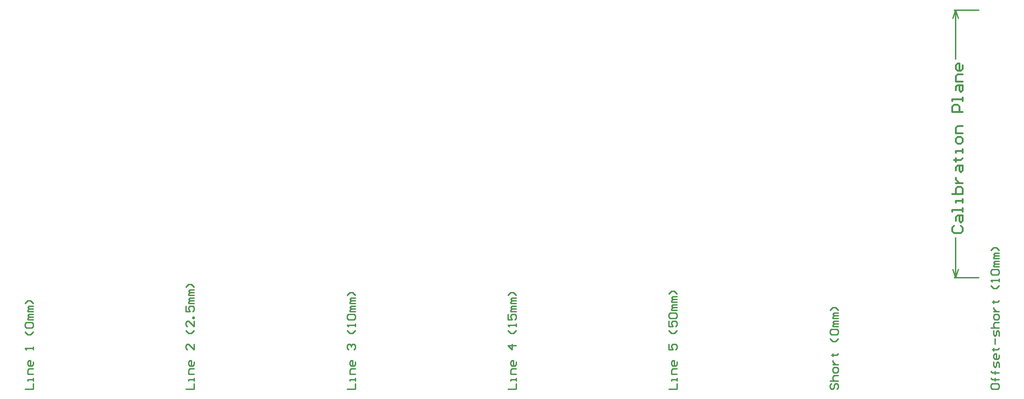
<source format=gbr>
%FSTAX66Y66*%
%MOMM*%
%SFA1B1*%

%IPPOS*%
%ADD23C,0.253999*%
%ADD24C,0.349999*%
%LNmtrl_0mm_thru_legend_top-1*%
%LPD*%
G54D23*
X000182412716Y000026525804D02*
X000182920741Y000025001804D01*
X000183428716Y000026525804*
X000182920741Y00007500018D02*
X000183428716Y00007347618D01*
X000182412716D02*
X000182920741Y00007500018D01*
Y000025001804D02*
Y000032472757D01*
Y000065829205D02*
Y00007500018D01*
X000182666716Y000025001804D02*
X000187221977D01*
X000182666716Y00007500018D02*
X000187221977D01*
X000189484482Y000005015738D02*
Y000004507915D01*
X000189738381Y000004253992*
X00019075405*
X000191008Y000004507915*
Y000005015738*
X00019075405Y000005269661*
X000189738381*
X000189484482Y000005015738*
X000191008Y000006031407D02*
X000189738381D01*
X000190246228*
Y000005777484*
Y000006285331*
Y000006031407*
X000189738381*
X000189484482Y000006285331*
X000191008Y000007301001D02*
X000189738381D01*
X000190246228*
Y000007047077*
Y000007554925*
Y000007301001*
X000189738381*
X000189484482Y000007554925*
X000191008Y000008316671D02*
Y000009078417D01*
X00019075405Y000009332341*
X000190500127Y000009078417*
Y000008570595*
X000190246228Y000008316671*
X000189992304Y000008570595*
Y000009332341*
X000191008Y000010601934D02*
Y000010094087D01*
X00019075405Y000009840188*
X000190246228*
X000189992304Y000010094087*
Y000010601934*
X000190246228Y000010855858*
X000190500127*
Y000009840188*
X000189738381Y000011617604D02*
X000189992304D01*
Y00001136368*
Y000011871528*
Y000011617604*
X00019075405*
X000191008Y000011871528*
X000190246228Y000012633274D02*
Y000013648944D01*
X000191008Y000014156766D02*
Y000014918537D01*
X00019075405Y000015172436*
X000190500127Y000014918537*
Y00001441069*
X000190246228Y000014156766*
X000189992304Y00001441069*
Y000015172436*
X000189484482Y000015680283D02*
X000191008D01*
X000190246228*
X000189992304Y000015934207*
Y000016442029*
X000190246228Y000016695953*
X000191008*
Y000017457699D02*
Y000017965547D01*
X00019075405Y00001821947*
X000190246228*
X000189992304Y000017965547*
Y000017457699*
X000190246228Y000017203801*
X00019075405*
X000191008Y000017457699*
X000189992304Y000018727293D02*
X000191008D01*
X000190500127*
X000190246228Y000018981216*
X000189992304Y00001923514*
Y000019489064*
X000189738381Y000020504734D02*
X000189992304D01*
Y00002025081*
Y000020758658*
Y000020504734*
X00019075405*
X000191008Y000020758658*
Y000023551743D02*
X000190500127Y000023043896D01*
X000189992304*
X000189484482Y000023551743*
X000191008Y000024313489D02*
Y000024821337D01*
Y000024567413*
X000189484482*
X000189738381Y000024313489*
Y000025583083D02*
X000189484482Y000025837007D01*
Y000026344829*
X000189738381Y000026598753*
X00019075405*
X000191008Y000026344829*
Y000025837007*
X00019075405Y000025583083*
X000189738381*
X000191008Y000027106575D02*
X000189992304D01*
Y000027360499*
X000190246228Y000027614422*
X000191008*
X000190246228*
X000189992304Y000027868346*
X000190246228Y000028122245*
X000191008*
Y000028630092D02*
X000189992304D01*
Y000028884016*
X000190246228Y000029137914*
X000191008*
X000190246228*
X000189992304Y000029391838*
X000190246228Y000029645762*
X000191008*
Y00003015361D02*
X000190500127Y000030661432D01*
X000189992304*
X000189484482Y00003015361*
X000159741006Y000005269661D02*
X000159487082Y000005015738D01*
Y000004507915*
X000159741006Y000004253992*
X000159994904*
X000160248828Y000004507915*
Y000005015738*
X000160502752Y000005269661*
X000160756676*
X0001610106Y000005015738*
Y000004507915*
X000160756676Y000004253992*
X000159487082Y000005777484D02*
X0001610106D01*
X000160248828*
X000159994904Y000006031407*
Y000006539255*
X000160248828Y000006793179*
X0001610106*
Y000007554925D02*
Y000008062747D01*
X000160756676Y000008316671*
X000160248828*
X000159994904Y000008062747*
Y000007554925*
X000160248828Y000007301001*
X000160756676*
X0001610106Y000007554925*
X000159994904Y000008824518D02*
X0001610106D01*
X000160502752*
X000160248828Y000009078417*
X000159994904Y000009332341*
Y000009586264*
X000159741006Y000010601934D02*
X000159994904D01*
Y00001034801*
Y000010855858*
Y000010601934*
X000160756676*
X0001610106Y000010855858*
Y000013648944D02*
X000160502752Y000013141096D01*
X000159994904*
X000159487082Y000013648944*
X000159741006Y00001441069D02*
X000159487082Y000014664613D01*
Y000015172436*
X000159741006Y000015426359*
X000160756676*
X0001610106Y000015172436*
Y000014664613*
X000160756676Y00001441069*
X000159741006*
X0001610106Y000015934207D02*
X000159994904D01*
Y000016188131*
X000160248828Y000016442029*
X0001610106*
X000160248828*
X000159994904Y000016695953*
X000160248828Y000016949877*
X0001610106*
Y000017457699D02*
X000159994904D01*
Y000017711623*
X000160248828Y000017965547*
X0001610106*
X000160248828*
X000159994904Y00001821947*
X000160248828Y000018473394*
X0001610106*
Y000018981216D02*
X000160502752Y000019489064D01*
X000159994904*
X000159487082Y000018981216*
X000129489682Y000004253992D02*
X0001310132D01*
Y000005269661*
Y000005777484D02*
Y000006285331D01*
Y000006031407*
X000129997504*
Y000005777484*
X0001310132Y000007047077D02*
X000129997504D01*
Y000007808849*
X000130251428Y000008062747*
X0001310132*
Y000009332341D02*
Y000008824518D01*
X000130759276Y000008570595*
X000130251428*
X000129997504Y000008824518*
Y000009332341*
X000130251428Y000009586264*
X000130505352*
Y000008570595*
X000129489682Y000012633274D02*
Y000011617604D01*
X000130251428*
X000129997504Y000012125426*
Y00001237935*
X000130251428Y000012633274*
X000130759276*
X0001310132Y00001237935*
Y000011871528*
X000130759276Y000011617604*
X0001310132Y000015172436D02*
X000130505352Y000014664613D01*
X000129997504*
X000129489682Y000015172436*
Y000016949877D02*
Y000015934207D01*
X000130251428*
X000129997504Y000016442029*
Y000016695953*
X000130251428Y000016949877*
X000130759276*
X0001310132Y000016695953*
Y000016188131*
X000130759276Y000015934207*
X000129743606Y000017457699D02*
X000129489682Y000017711623D01*
Y00001821947*
X000129743606Y000018473394*
X000130759276*
X0001310132Y00001821947*
Y000017711623*
X000130759276Y000017457699*
X000129743606*
X0001310132Y000018981216D02*
X000129997504D01*
Y00001923514*
X000130251428Y000019489064*
X0001310132*
X000130251428*
X000129997504Y000019742988*
X000130251428Y000019996886*
X0001310132*
Y000020504734D02*
X000129997504D01*
Y000020758658*
X000130251428Y000021012556*
X0001310132*
X000130251428*
X000129997504Y00002126648*
X000130251428Y000021520404*
X0001310132*
Y000022028226D02*
X000130505352Y000022536073D01*
X000129997504*
X000129489682Y000022028226*
X000099492282Y000004253992D02*
X0001010158D01*
Y000005269661*
Y000005777484D02*
Y000006285331D01*
Y000006031407*
X000100000104*
Y000005777484*
X0001010158Y000007047077D02*
X000100000104D01*
Y000007808849*
X000100254028Y000008062747*
X0001010158*
Y000009332341D02*
Y000008824518D01*
X000100761876Y000008570595*
X000100254028*
X000100000104Y000008824518*
Y000009332341*
X000100254028Y000009586264*
X000100507952*
Y000008570595*
X0001010158Y00001237935D02*
X000099492282D01*
X000100254028Y000011617604*
Y000012633274*
X0001010158Y000015172436D02*
X000100507952Y000014664613D01*
X000100000104*
X000099492282Y000015172436*
X0001010158Y000015934207D02*
Y000016442029D01*
Y000016188131*
X000099492282*
X000099746206Y000015934207*
X000099492282Y00001821947D02*
Y000017203801D01*
X000100254028*
X000100000104Y000017711623*
Y000017965547*
X000100254028Y00001821947*
X000100761876*
X0001010158Y000017965547*
Y000017457699*
X000100761876Y000017203801*
X0001010158Y000018727293D02*
X000100000104D01*
Y000018981216*
X000100254028Y00001923514*
X0001010158*
X000100254028*
X000100000104Y000019489064*
X000100254028Y000019742988*
X0001010158*
Y00002025081D02*
X000100000104D01*
Y000020504734*
X000100254028Y000020758658*
X0001010158*
X000100254028*
X000100000104Y000021012556*
X000100254028Y00002126648*
X0001010158*
Y000021774327D02*
X000100507952Y00002228215D01*
X000100000104*
X000099492282Y000021774327*
X000069494882Y000004253992D02*
X0000710184D01*
Y000005269661*
Y000005777484D02*
Y000006285331D01*
Y000006031407*
X000070002704*
Y000005777484*
X0000710184Y000007047077D02*
X000070002704D01*
Y000007808849*
X000070256628Y000008062747*
X0000710184*
Y000009332341D02*
Y000008824518D01*
X000070764476Y000008570595*
X000070256628*
X000070002704Y000008824518*
Y000009332341*
X000070256628Y000009586264*
X000070510552*
Y000008570595*
X000069748806Y000011617604D02*
X000069494882Y000011871528D01*
Y00001237935*
X000069748806Y000012633274*
X000070002704*
X000070256628Y00001237935*
Y000012125426*
Y00001237935*
X000070510552Y000012633274*
X000070764476*
X0000710184Y00001237935*
Y000011871528*
X000070764476Y000011617604*
X0000710184Y000015172436D02*
X000070510552Y000014664613D01*
X000070002704*
X000069494882Y000015172436*
X0000710184Y000015934207D02*
Y000016442029D01*
Y000016188131*
X000069494882*
X000069748806Y000015934207*
Y000017203801D02*
X000069494882Y000017457699D01*
Y000017965547*
X000069748806Y00001821947*
X000070764476*
X0000710184Y000017965547*
Y000017457699*
X000070764476Y000017203801*
X000069748806*
X0000710184Y000018727293D02*
X000070002704D01*
Y000018981216*
X000070256628Y00001923514*
X0000710184*
X000070256628*
X000070002704Y000019489064*
X000070256628Y000019742988*
X0000710184*
Y00002025081D02*
X000070002704D01*
Y000020504734*
X000070256628Y000020758658*
X0000710184*
X000070256628*
X000070002704Y000021012556*
X000070256628Y00002126648*
X0000710184*
Y000021774327D02*
X000070510552Y00002228215D01*
X000070002704*
X000069494882Y000021774327*
X000039497482Y000004253992D02*
X000041021D01*
Y000005269661*
Y000005777484D02*
Y000006285331D01*
Y000006031407*
X000040005304*
Y000005777484*
X000041021Y000007047077D02*
X000040005304D01*
Y000007808849*
X000040259228Y000008062747*
X000041021*
Y000009332341D02*
Y000008824518D01*
X000040767076Y000008570595*
X000040259228*
X000040005304Y000008824518*
Y000009332341*
X000040259228Y000009586264*
X000040513152*
Y000008570595*
X000041021Y000012633274D02*
Y000011617604D01*
X000040005304Y000012633274*
X000039751406*
X000039497482Y00001237935*
Y000011871528*
X000039751406Y000011617604*
X000041021Y000015172436D02*
X000040513152Y000014664613D01*
X000040005304*
X000039497482Y000015172436*
X000041021Y000016949877D02*
Y000015934207D01*
X000040005304Y000016949877*
X000039751406*
X000039497482Y000016695953*
Y000016188131*
X000039751406Y000015934207*
X000041021Y000017457699D02*
X000040767076D01*
Y000017711623*
X000041021*
Y000017457699*
X000039497482Y000019742988D02*
Y000018727293D01*
X000040259228*
X000040005304Y00001923514*
Y000019489064*
X000040259228Y000019742988*
X000040767076*
X000041021Y000019489064*
Y000018981216*
X000040767076Y000018727293*
X000041021Y00002025081D02*
X000040005304D01*
Y000020504734*
X000040259228Y000020758658*
X000041021*
X000040259228*
X000040005304Y000021012556*
X000040259228Y00002126648*
X000041021*
Y000021774327D02*
X000040005304D01*
Y000022028226*
X000040259228Y00002228215*
X000041021*
X000040259228*
X000040005304Y000022536073*
X000040259228Y000022789997*
X000041021*
Y000023297819D02*
X000040513152Y000023805667D01*
X000040005304*
X000039497482Y000023297819*
X000009500082Y000004253992D02*
X0000110236D01*
Y000005269661*
Y000005777484D02*
Y000006285331D01*
Y000006031407*
X000010007904*
Y000005777484*
X0000110236Y000007047077D02*
X000010007904D01*
Y000007808849*
X000010261828Y000008062747*
X0000110236*
Y000009332341D02*
Y000008824518D01*
X000010769676Y000008570595*
X000010261828*
X000010007904Y000008824518*
Y000009332341*
X000010261828Y000009586264*
X000010515752*
Y000008570595*
X0000110236Y000011617604D02*
Y000012125426D01*
Y000011871528*
X000009500082*
X000009754006Y000011617604*
X0000110236Y000014918537D02*
X000010515752Y00001441069D01*
X000010007904*
X000009500082Y000014918537*
X000009754006Y000015680283D02*
X000009500082Y000015934207D01*
Y000016442029*
X000009754006Y000016695953*
X000010769676*
X0000110236Y000016442029*
Y000015934207*
X000010769676Y000015680283*
X000009754006*
X0000110236Y000017203801D02*
X000010007904D01*
Y000017457699*
X000010261828Y000017711623*
X0000110236*
X000010261828*
X000010007904Y000017965547*
X000010261828Y00001821947*
X0000110236*
Y000018727293D02*
X000010007904D01*
Y000018981216*
X000010261828Y00001923514*
X0000110236*
X000010261828*
X000010007904Y000019489064*
X000010261828Y000019742988*
X0000110236*
Y00002025081D02*
X000010515752Y000020758658D01*
X000010007904*
X000009500082Y00002025081*
G54D24*
X000182604283Y000034655658D02*
X000182271035Y000034322435D01*
Y00003365599*
X000182604283Y000033322767*
X000183937173*
X000184270396Y00003365599*
Y000034322435*
X000183937173Y000034655658*
X000182937505Y000035655351D02*
Y000036321796D01*
X000183270728Y000036655019*
X000184270396*
Y000035655351*
X000183937173Y000035322129*
X00018360395Y000035655351*
Y000036655019*
X000184270396Y00003732149D02*
Y000037987935D01*
Y000037654712*
X000182271035*
Y00003732149*
X000184270396Y000038987603D02*
Y000039654048D01*
Y000039320825*
X000182937505*
Y000038987603*
X000182271035Y000040653741D02*
X000184270396D01*
Y000041653409*
X000183937173Y000041986631*
X00018360395*
X000183270728*
X000182937505Y000041653409*
Y000040653741*
Y000042653077D02*
X000184270396D01*
X00018360395*
X000183270728Y000042986325*
X000182937505Y000043319547*
Y00004365277*
Y00004498566D02*
Y000045652131D01*
X000183270728Y000045985353*
X000184270396*
Y00004498566*
X000183937173Y000044652438*
X00018360395Y00004498566*
Y000045985353*
X000182604283Y000046985021D02*
X000182937505D01*
Y000046651799*
Y000047318244*
Y000046985021*
X000183937173*
X000184270396Y000047318244*
Y000048317937D02*
Y000048984382D01*
Y00004865116*
X000182937505*
Y000048317937*
X000184270396Y000050317298D02*
Y000050983743D01*
X000183937173Y000051316966*
X000183270728*
X000182937505Y000050983743*
Y000050317298*
X000183270728Y00004998405*
X000183937173*
X000184270396Y000050317298*
Y000051983411D02*
X000182937505D01*
Y000052983079*
X000183270728Y000053316327*
X000184270396*
Y000055982133D02*
X000182271035D01*
Y000056981801*
X000182604283Y000057315023*
X000183270728*
X00018360395Y000056981801*
Y000055982133*
X000184270396Y000057981469D02*
Y000058647939D01*
Y000058314717*
X000182271035*
Y000057981469*
X000182937505Y00005998083D02*
Y000060647275D01*
X000183270728Y000060980523*
X000184270396*
Y00005998083*
X000183937173Y000059647607*
X00018360395Y00005998083*
Y000060980523*
X000184270396Y000061646968D02*
X000182937505D01*
Y000062646636*
X000183270728Y000062979858*
X000184270396*
Y000064645997D02*
Y000063979552D01*
X000183937173Y000063646329*
X000183270728*
X000182937505Y000063979552*
Y000064645997*
X000183270728Y000064979219*
X00018360395*
Y000063646329*
M02*
</source>
